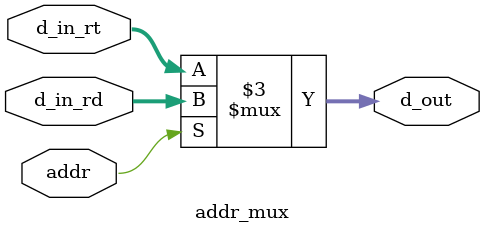
<source format=v>
`timescale 1ns/1ps

module addr_mux #(parameter WIDTH = 5) (
input addr, 
input [WIDTH-1:0] d_in_rt, 
input [WIDTH-1:0] d_in_rd,
output reg [WIDTH-1:0] d_out
);

always @* begin
	if(addr) d_out = d_in_rd;
	else d_out = d_in_rt;
end
endmodule

</source>
